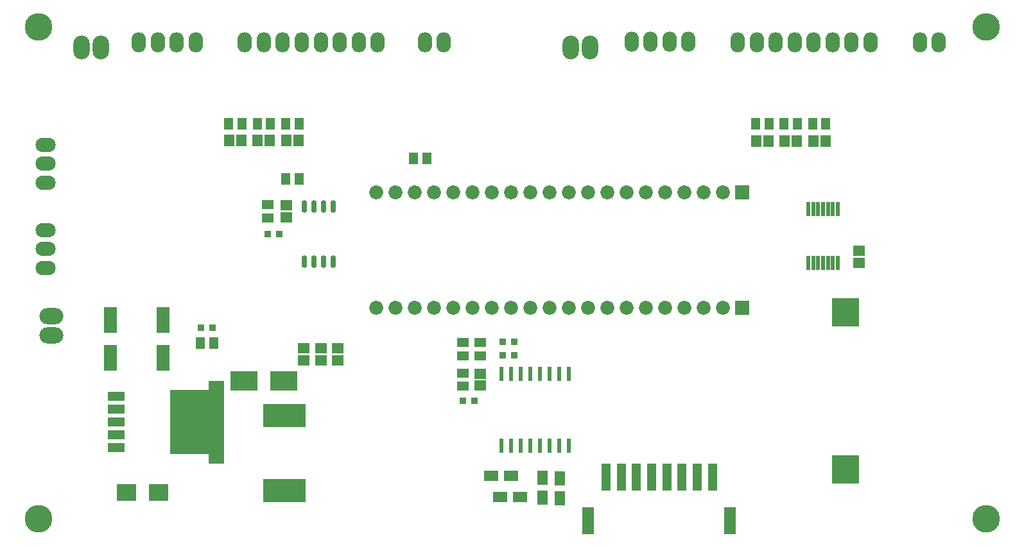
<source format=gts>
G04*
G04 #@! TF.GenerationSoftware,Altium Limited,Altium Designer,22.9.1 (49)*
G04*
G04 Layer_Color=8388736*
%FSLAX44Y44*%
%MOMM*%
G71*
G04*
G04 #@! TF.SameCoordinates,4021D898-2042-4C7D-8B7F-38EBD3721E5A*
G04*
G04*
G04 #@! TF.FilePolarity,Negative*
G04*
G01*
G75*
%ADD42R,0.5580X1.8740*%
%ADD43R,1.3000X1.5000*%
%ADD44R,1.7500X3.3500*%
%ADD45R,1.5500X1.4500*%
%ADD46R,5.5602X3.0456*%
%ADD47R,2.0600X1.3850*%
%ADD48R,7.1400X8.4800*%
%ADD49R,2.3100X1.1700*%
%ADD50R,3.5500X2.6000*%
%ADD51R,2.6000X2.3000*%
%ADD52R,0.9500X0.9500*%
%ADD53R,1.5000X1.3000*%
%ADD54O,0.7500X1.7000*%
%ADD55R,1.4500X1.5500*%
%ADD56R,0.6000X1.9500*%
%ADD57R,3.6600X3.8000*%
%ADD58R,1.1500X3.6500*%
%ADD59R,1.6500X3.5500*%
%ADD60R,1.3800X1.9500*%
%ADD61R,1.9500X1.3800*%
%ADD62O,2.1500X3.1500*%
%ADD63O,3.1500X2.1500*%
%ADD64O,1.9000X2.6500*%
%ADD65O,2.6500X1.9000*%
%ADD66C,3.6500*%
%ADD67C,1.8500*%
%ADD68R,1.8500X1.8500*%
D42*
X635550Y121657D02*
D03*
X648250D02*
D03*
X660950D02*
D03*
X673650D02*
D03*
X686350D02*
D03*
X699050D02*
D03*
X711750D02*
D03*
X724450D02*
D03*
Y216343D02*
D03*
X711750D02*
D03*
X699050D02*
D03*
X686350D02*
D03*
X673650D02*
D03*
X660950D02*
D03*
X648250D02*
D03*
X635550D02*
D03*
D43*
X1026250Y546500D02*
D03*
X1008750D02*
D03*
X276250D02*
D03*
X293750D02*
D03*
X1063750Y546500D02*
D03*
X1046250D02*
D03*
X988750Y546500D02*
D03*
X971250D02*
D03*
X238750Y257500D02*
D03*
X256250D02*
D03*
X520000Y501500D02*
D03*
X537500D02*
D03*
X351250Y474000D02*
D03*
X368750D02*
D03*
X351250Y546500D02*
D03*
X368750D02*
D03*
X331250D02*
D03*
X313750D02*
D03*
D44*
X190000Y237500D02*
D03*
Y287500D02*
D03*
X120000D02*
D03*
Y237500D02*
D03*
D45*
X420000Y234500D02*
D03*
Y250500D02*
D03*
X397500Y250500D02*
D03*
Y234500D02*
D03*
X375000Y250500D02*
D03*
Y234500D02*
D03*
X352500Y423500D02*
D03*
Y439500D02*
D03*
X1107500Y379500D02*
D03*
Y363500D02*
D03*
X607500Y201000D02*
D03*
Y217000D02*
D03*
D46*
X350000Y62970D02*
D03*
Y162030D02*
D03*
D47*
X259650Y200825D02*
D03*
Y105175D02*
D03*
D48*
X234250Y153000D02*
D03*
D49*
X127500Y119000D02*
D03*
Y136000D02*
D03*
Y153000D02*
D03*
Y170000D02*
D03*
Y187000D02*
D03*
D50*
X348500Y207500D02*
D03*
X296500D02*
D03*
D51*
X141000Y60000D02*
D03*
X184000D02*
D03*
D52*
X342500Y401500D02*
D03*
X327500D02*
D03*
X652500Y259000D02*
D03*
X637500D02*
D03*
X652500Y241500D02*
D03*
X637500D02*
D03*
X600000Y181500D02*
D03*
X585000D02*
D03*
X255000Y277500D02*
D03*
X240000D02*
D03*
D53*
X327500Y422750D02*
D03*
Y440250D02*
D03*
X607500Y257750D02*
D03*
Y240250D02*
D03*
X585000Y257750D02*
D03*
Y240250D02*
D03*
X585000Y200250D02*
D03*
Y217750D02*
D03*
D54*
X414050Y438000D02*
D03*
X401350D02*
D03*
X388650D02*
D03*
X375950D02*
D03*
X414050Y365000D02*
D03*
X401350D02*
D03*
X388650D02*
D03*
X375950D02*
D03*
D55*
X352000Y525000D02*
D03*
X368000D02*
D03*
X330500Y525000D02*
D03*
X314500D02*
D03*
X293000D02*
D03*
X277000D02*
D03*
X1047000Y524000D02*
D03*
X1063000D02*
D03*
X1009500Y524000D02*
D03*
X1025500D02*
D03*
X988000Y524000D02*
D03*
X972000D02*
D03*
D56*
X1079500Y434500D02*
D03*
X1073000D02*
D03*
X1066500D02*
D03*
X1060000D02*
D03*
X1053500D02*
D03*
X1047000D02*
D03*
X1040500D02*
D03*
Y363500D02*
D03*
X1047000D02*
D03*
X1053500D02*
D03*
X1060000D02*
D03*
X1066500D02*
D03*
X1073000D02*
D03*
X1079500D02*
D03*
D57*
X1090000Y90300D02*
D03*
Y297800D02*
D03*
D58*
X814000Y80500D02*
D03*
X834000D02*
D03*
X854000D02*
D03*
X874000D02*
D03*
X914000D02*
D03*
X894000D02*
D03*
X794000D02*
D03*
X774000D02*
D03*
D59*
X937500Y23000D02*
D03*
X750500D02*
D03*
D60*
X712500Y52800D02*
D03*
Y79000D02*
D03*
X690000Y53400D02*
D03*
Y79600D02*
D03*
D61*
X634400Y54000D02*
D03*
X660600D02*
D03*
X648250Y81650D02*
D03*
X622050D02*
D03*
D62*
X107700Y647500D02*
D03*
X82300D02*
D03*
X752500D02*
D03*
X727100D02*
D03*
D63*
X42500Y292700D02*
D03*
Y267300D02*
D03*
D64*
X1187500Y654000D02*
D03*
X1212500D02*
D03*
X1097500D02*
D03*
X997500D02*
D03*
X947500D02*
D03*
X972500D02*
D03*
X1022500D02*
D03*
X1047500D02*
D03*
X1072500D02*
D03*
X1122500D02*
D03*
X882500Y655000D02*
D03*
X832500D02*
D03*
X807500D02*
D03*
X857500D02*
D03*
X535000Y654000D02*
D03*
X560000D02*
D03*
X447500D02*
D03*
X347500D02*
D03*
X297500D02*
D03*
X322500D02*
D03*
X372500D02*
D03*
X397500D02*
D03*
X422500D02*
D03*
X472500D02*
D03*
X232500D02*
D03*
X182500D02*
D03*
X157500D02*
D03*
X207500D02*
D03*
D65*
X35000Y494000D02*
D03*
Y469000D02*
D03*
Y519000D02*
D03*
Y381500D02*
D03*
Y356500D02*
D03*
Y406500D02*
D03*
D66*
X1275000Y675000D02*
D03*
Y25000D02*
D03*
X25000D02*
D03*
Y675000D02*
D03*
D67*
X775800Y456146D02*
D03*
X471000D02*
D03*
X496400D02*
D03*
X521800D02*
D03*
X547200D02*
D03*
X572600D02*
D03*
X598000D02*
D03*
X623400D02*
D03*
X648800D02*
D03*
X674200D02*
D03*
X699600D02*
D03*
X725000D02*
D03*
X801200D02*
D03*
X826600D02*
D03*
X852000D02*
D03*
X877400D02*
D03*
X902800D02*
D03*
X928200D02*
D03*
X750400D02*
D03*
X471000Y304000D02*
D03*
X496400D02*
D03*
X521800D02*
D03*
X547200D02*
D03*
X572600D02*
D03*
X598000D02*
D03*
X623400D02*
D03*
X648800D02*
D03*
X674200D02*
D03*
X699600D02*
D03*
X725000D02*
D03*
X750400D02*
D03*
X775800D02*
D03*
X801200D02*
D03*
X826600D02*
D03*
X852000D02*
D03*
X877400D02*
D03*
X902800D02*
D03*
X928200D02*
D03*
D68*
X953600Y456146D02*
D03*
Y304000D02*
D03*
M02*

</source>
